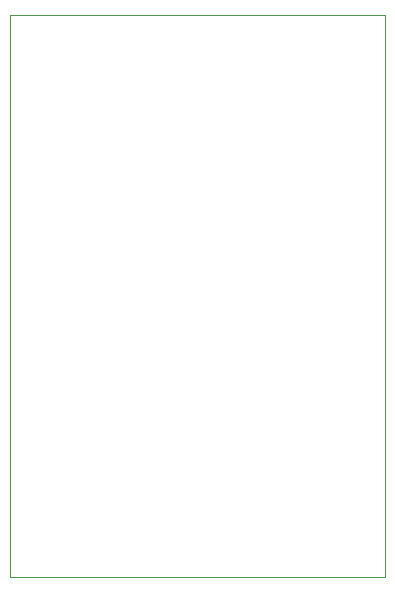
<source format=gbr>
G04 (created by PCBNEW (2013-07-07 BZR 4022)-stable) date 22/10/2014 07:02:39*
%MOIN*%
G04 Gerber Fmt 3.4, Leading zero omitted, Abs format*
%FSLAX34Y34*%
G01*
G70*
G90*
G04 APERTURE LIST*
%ADD10C,0.00590551*%
%ADD11C,0.00393701*%
G04 APERTURE END LIST*
G54D10*
G54D11*
X70250Y-52250D02*
X57750Y-52250D01*
X70250Y-71000D02*
X70250Y-52250D01*
X57750Y-71000D02*
X57750Y-52250D01*
X70250Y-71000D02*
X57750Y-71000D01*
M02*

</source>
